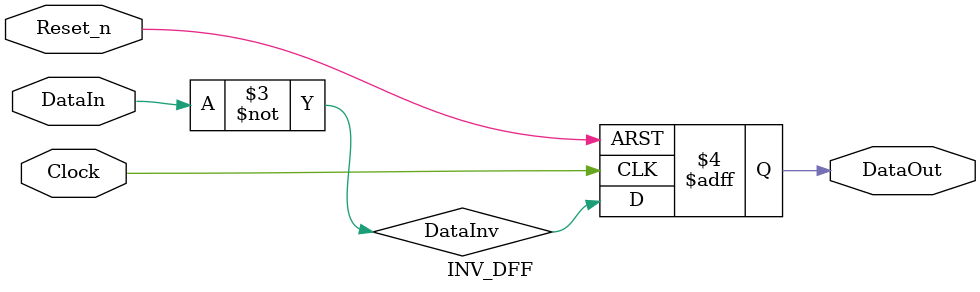
<source format=v>
`timescale 1ns/100ps

module INV_DFF (Clock, Reset_n, DataIn, DataOut);

input Clock;
input Reset_n;
input DataIn;
output DataOut;

reg DataOut;
wire DataInv;

always @(posedge Clock or negedge Reset_n)
begin
    if (~Reset_n)
        DataOut <= 1'b0;
    else
        DataOut <= DataInv;
end

assign #3 DataInv = ~DataIn;

endmodule

</source>
